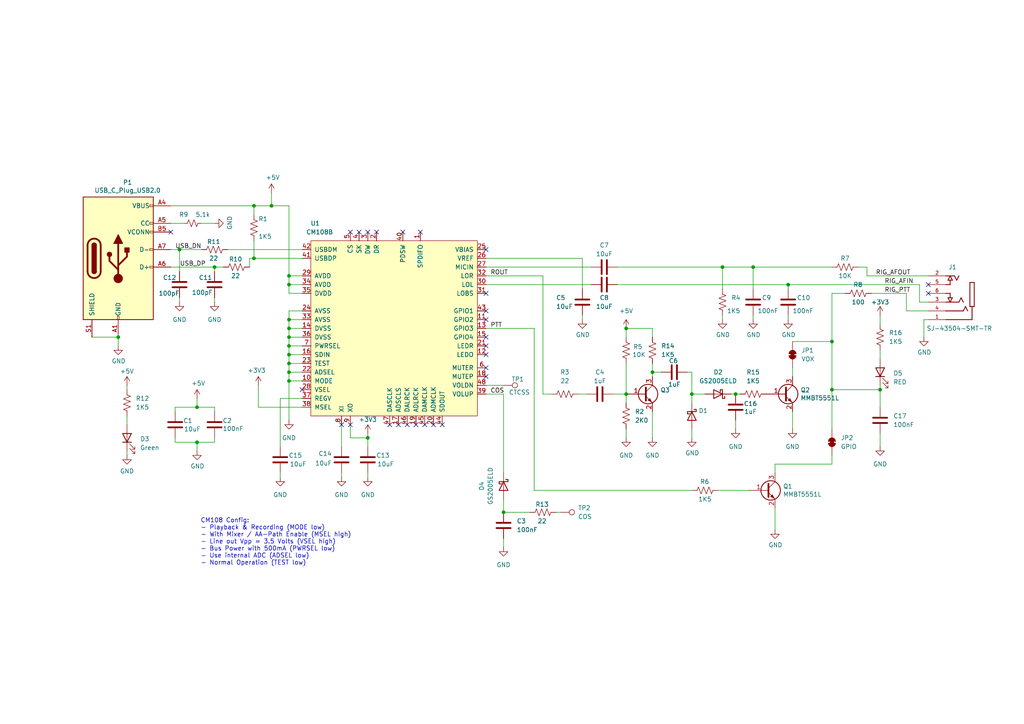
<source format=kicad_sch>
(kicad_sch (version 20250114) (generator "eeschema") (generator_version "9.0")
  (paper "A4")
  (title_block (title "Digirig Lite Framework") (date "2025-02-26") (rev "1.0") (company "https://www.github.com/vaugerbird") (comment 1 "Schematic from Softcomplex") (comment 2 "Based on Digirig Lite 1.2") (comment 3 "GNU General Public License v3.0"))
  (lib_symbols
    (symbol "+5V_1" (power) (pin_numbers (hide yes)) (pin_names (offset 0) (hide yes))
      (property "Value" "+5V" (at 0 3.556 0))
      (symbol "+5V_1_1_1"
        (pin power_in line (at 0 0 90) (length 0) (name "~") (number "1"))
      )
    )
    (symbol "+5V_2" (power) (pin_numbers (hide yes)) (pin_names (offset 0) (hide yes))
      (property "Value" "+5V" (at 0 3.556 0))
      (symbol "+5V_2_1_1"
        (pin power_in line (at 0 0 90) (length 0) (name "~") (number "1"))
      )
    )
    (symbol "Connector:TestPoint" (pin_numbers (hide yes)) (pin_names (offset 0.762) (hide yes))
      (property "Reference" "TP" (at 0 6.858 0))
      (property "Value" "TestPoint" (at 0 5.08 0))
      (symbol "TestPoint_1_1"
        (pin passive line (at 0 0 90) (length 2.54) (name "1") (number "1"))
      )
    )
    (symbol "Connector:USB_C_Plug_USB2.0" (pin_names (offset 1.016))
      (property "Reference" "P" (at -10.16 19.05 0))
      (property "Value" "USB_C_Plug_USB2.0" (at 12.7 19.05 0))
      (symbol "USB_C_Plug_USB2.0_1_1"
        (pin passive line (at -7.62 -22.86 90) (length 5.08) (name "SHIELD") (number "S1"))
        (pin passive line (at 0 -22.86 90) (length 5.08) (name "GND") (number "A1"))
        (pin passive line (at 0 -22.86 90) (length 5.08) (hide yes) (name "GND") (number "A12"))
        (pin passive line (at 0 -22.86 90) (length 5.08) (hide yes) (name "GND") (number "B1"))
        (pin passive line (at 0 -22.86 90) (length 5.08) (hide yes) (name "GND") (number "B12"))
        (pin passive line (at 15.24 15.24 180) (length 5.08) (name "VBUS") (number "A4"))
        (pin passive line (at 15.24 15.24 180) (length 5.08) (hide yes) (name "VBUS") (number "A9"))
        (pin passive line (at 15.24 15.24 180) (length 5.08) (hide yes) (name "VBUS") (number "B4"))
        (pin passive line (at 15.24 15.24 180) (length 5.08) (hide yes) (name "VBUS") (number "B9"))
        (pin bidirectional line (at 15.24 10.16 180) (length 5.08) (name "CC") (number "A5"))
        (pin bidirectional line (at 15.24 7.62 180) (length 5.08) (name "VCONN") (number "B5"))
        (pin bidirectional line (at 15.24 2.54 180) (length 5.08) (name "D-") (number "A7"))
        (pin bidirectional line (at 15.24 -2.54 180) (length 5.08) (name "D+") (number "A6"))
      )
    )
    (symbol "Device:C" (pin_numbers (hide yes)) (pin_names (offset 0.254))
      (property "Reference" "C" (at 0.635 2.54 0))
      (property "Value" "C" (at 0.635 -2.54 0))
      (symbol "C_1_1"
        (pin passive line (at 0 3.81 270) (length 2.794) (name "~") (number "1"))
        (pin passive line (at 0 -3.81 90) (length 2.794) (name "~") (number "2"))
      )
    )
    (symbol "Device:D_Schottky" (pin_numbers (hide yes)) (pin_names (offset 1.016) (hide yes))
      (property "Reference" "D" (at 0 2.54 0))
      (property "Value" "D_Schottky" (at 0 -2.54 0))
      (symbol "D_Schottky_1_1"
        (pin passive line (at -3.81 0 0) (length 2.54) (name "K") (number "1"))
        (pin passive line (at 3.81 0 180) (length 2.54) (name "A") (number "2"))
      )
    )
    (symbol "Device:LED" (pin_numbers (hide yes)) (pin_names (offset 1.016) (hide yes))
      (property "Reference" "D" (at 0 2.54 0))
      (property "Value" "LED" (at 0 -2.54 0))
      (symbol "LED_1_1"
        (pin passive line (at -3.81 0 0) (length 2.54) (name "K") (number "1"))
        (pin passive line (at 3.81 0 180) (length 2.54) (name "A") (number "2"))
      )
    )
    (symbol "Device:R_Small_US" (pin_numbers (hide yes)) (pin_names (offset 0.254) (hide yes))
      (property "Reference" "R" (at 0.762 0.508 0))
      (property "Value" "R_Small_US" (at 0.762 -1.016 0))
      (symbol "R_Small_US_1_1"
        (pin passive line (at 0 2.54 270) (length 1.016) (name "~") (number "1"))
        (pin passive line (at 0 -2.54 90) (length 1.016) (name "~") (number "2"))
      )
    )
    (symbol "Device:R_US" (pin_numbers (hide yes)) (pin_names (offset 0))
      (property "Reference" "R" (at 2.54 0 90))
      (property "Value" "R_US" (at -2.54 0 90))
      (symbol "R_US_1_1"
        (pin passive line (at 0 3.81 270) (length 1.27) (name "~") (number "1"))
        (pin passive line (at 0 -3.81 90) (length 1.27) (name "~") (number "2"))
      )
    )
    (symbol "Expansion_Card-rescue:GND-power" (power) (pin_names (offset 0))
      (property "Value" "power_GND" (at 0 -3.81 0))
      (symbol "GND-power_1_1"
        (pin power_in line (at 0 0 270) (length 0) (hide yes) (name "GND") (number "1"))
      )
    )
    (symbol "GND_1" (power) (pin_numbers (hide yes)) (pin_names (offset 0) (hide yes))
      (property "Value" "GND" (at 0 -3.81 0))
      (symbol "GND_1_1_1"
        (pin power_in line (at 0 0 270) (length 0) (name "~") (number "1"))
      )
    )
    (symbol "GND_10" (power) (pin_numbers (hide yes)) (pin_names (offset 0) (hide yes))
      (property "Value" "GND" (at 0 -3.81 0))
      (symbol "GND_10_1_1"
        (pin power_in line (at 0 0 270) (length 0) (name "~") (number "1"))
      )
    )
    (symbol "GND_11" (power) (pin_numbers (hide yes)) (pin_names (offset 0) (hide yes))
      (property "Value" "GND" (at 0 -3.81 0))
      (symbol "GND_11_1_1"
        (pin power_in line (at 0 0 270) (length 0) (name "~") (number "1"))
      )
    )
    (symbol "GND_2" (power) (pin_numbers (hide yes)) (pin_names (offset 0) (hide yes))
      (property "Value" "GND" (at 0 -3.81 0))
      (symbol "GND_2_1_1"
        (pin power_in line (at 0 0 270) (length 0) (name "~") (number "1"))
      )
    )
    (symbol "GND_3" (power) (pin_numbers (hide yes)) (pin_names (offset 0) (hide yes))
      (property "Value" "GND" (at 0 -3.81 0))
      (symbol "GND_3_1_1"
        (pin power_in line (at 0 0 270) (length 0) (name "~") (number "1"))
      )
    )
    (symbol "GND_4" (power) (pin_numbers (hide yes)) (pin_names (offset 0) (hide yes))
      (property "Value" "GND" (at 0 -3.81 0))
      (symbol "GND_4_1_1"
        (pin power_in line (at 0 0 270) (length 0) (name "~") (number "1"))
      )
    )
    (symbol "GND_5" (power) (pin_numbers (hide yes)) (pin_names (offset 0) (hide yes))
      (property "Value" "GND" (at 0 -3.81 0))
      (symbol "GND_5_1_1"
        (pin power_in line (at 0 0 270) (length 0) (name "~") (number "1"))
      )
    )
    (symbol "GND_6" (power) (pin_numbers (hide yes)) (pin_names (offset 0) (hide yes))
      (property "Value" "GND" (at 0 -3.81 0))
      (symbol "GND_6_1_1"
        (pin power_in line (at 0 0 270) (length 0) (name "~") (number "1"))
      )
    )
    (symbol "GND_7" (power) (pin_numbers (hide yes)) (pin_names (offset 0) (hide yes))
      (property "Value" "GND" (at 0 -3.81 0))
      (symbol "GND_7_1_1"
        (pin power_in line (at 0 0 270) (length 0) (name "~") (number "1"))
      )
    )
    (symbol "GND_8" (power) (pin_numbers (hide yes)) (pin_names (offset 0) (hide yes))
      (property "Value" "GND" (at 0 -3.81 0))
      (symbol "GND_8_1_1"
        (pin power_in line (at 0 0 270) (length 0) (name "~") (number "1"))
      )
    )
    (symbol "GND_9" (power) (pin_numbers (hide yes)) (pin_names (offset 0) (hide yes))
      (property "Value" "GND" (at 0 -3.81 0))
      (symbol "GND_9_1_1"
        (pin power_in line (at 0 0 270) (length 0) (name "~") (number "1"))
      )
    )
    (symbol "Jumper:SolderJumper_2_Bridged" (pin_numbers (hide yes)) (pin_names (offset 0) (hide yes)) (exclude_from_sim yes) (in_bom no)
      (property "Reference" "JP" (at 0 2.032 0))
      (property "Value" "SolderJumper_2_Bridged" (at 0 -2.54 0))
      (symbol "SolderJumper_2_Bridged_1_1"
        (pin passive line (at -3.81 0 0) (length 2.54) (name "A") (number "1"))
        (pin passive line (at 3.81 0 180) (length 2.54) (name "B") (number "2"))
      )
    )
    (symbol "SJ-43504-SMT-TR:SJ-43504-SMT-TR" (pin_names (offset 1.016))
      (property "Reference" "J" (at -8.9086 6.3633 0))
      (property "Value" "SJ-43504-SMT-TR" (at -8.8984 -11.4407 0))
      (symbol "SJ-43504-SMT-TR_0_0"
        (pin passive line (at 5.08 5.08 180) (length 5.08) (name "~") (number "1"))
        (pin passive line (at 5.08 2.54 180) (length 5.08) (name "~") (number "4"))
        (pin passive line (at 5.08 0 180) (length 5.08) (name "~") (number "3"))
        (pin passive line (at 5.08 -2.54 180) (length 5.08) (name "~") (number "6"))
        (pin passive line (at 5.08 -5.08 180) (length 5.08) (name "~") (number "5"))
        (pin passive line (at 5.08 -7.62 180) (length 5.08) (name "~") (number "2"))
      )
    )
    (symbol "Transistor_BJT:MMBT5551L" (pin_names (offset 0) (hide yes))
      (property "Reference" "Q" (at 5.08 1.905 0))
      (property "Value" "MMBT5551L" (at 5.08 0 0))
      (symbol "MMBT5551L_1_1"
        (pin input line (at -5.08 0 0) (length 5.715) (name "B") (number "1"))
        (pin passive line (at 2.54 5.08 270) (length 2.54) (name "C") (number "3"))
        (pin passive line (at 2.54 -5.08 90) (length 2.54) (name "E") (number "2"))
      )
    )
    (symbol "digirig:CM108" (pin_names (offset 1.016))
      (property "Reference" "U" (at -12.7 1.27 0))
      (property "Value" "CM108" (at -12.7 -1.27 0))
      (symbol "CM108_0_0"
        (pin bidirectional line (at -15.24 -5.08 0) (length 2.54) (name "USBDM") (number "42"))
        (pin bidirectional line (at -15.24 -7.62 0) (length 2.54) (name "USBDP") (number "41"))
        (pin power_in line (at -15.24 -12.7 0) (length 2.54) (name "AVDD") (number "29"))
        (pin power_in line (at -15.24 -15.24 0) (length 2.54) (name "AVDD") (number "34"))
        (pin power_in line (at -15.24 -17.78 0) (length 2.54) (name "DVDD") (number "35"))
        (pin power_in line (at -15.24 -22.86 0) (length 2.54) (name "AVSS") (number "24"))
        (pin input line (at -15.24 -25.4 0) (length 2.54) (name "AVSS") (number "33"))
        (pin power_in line (at -15.24 -27.94 0) (length 2.54) (name "DVSS") (number "14"))
        (pin power_in line (at -15.24 -30.48 0) (length 2.54) (name "DVSS") (number "36"))
        (pin input line (at -15.24 -33.02 0) (length 2.54) (name "PWRSEL") (number "7"))
        (pin input line (at -15.24 -35.56 0) (length 2.54) (name "SDIN") (number "16"))
        (pin input line (at -15.24 -38.1 0) (length 2.54) (name "TEST") (number "23"))
        (pin input line (at -15.24 -40.64 0) (length 2.54) (name "ADSEL") (number "22"))
        (pin input line (at -15.24 -43.18 0) (length 2.54) (name "MODE") (number "10"))
        (pin input line (at -15.24 -45.72 0) (length 2.54) (name "VSEL") (number "28"))
        (pin power_in line (at -15.24 -48.26 0) (length 2.54) (name "REGV") (number "37"))
        (pin input line (at -15.24 -50.8 0) (length 2.54) (name "MSEL") (number "38"))
        (pin input line (at -3.81 -55.88 90) (length 2.54) (name "XI") (number "8"))
        (pin input line (at -1.27 0 270) (length 2.54) (name "CS") (number "5"))
        (pin output line (at -1.27 -55.88 90) (length 2.54) (name "XO") (number "9"))
        (pin input line (at 1.27 0 270) (length 2.54) (name "SK") (number "4"))
        (pin input line (at 3.81 0 270) (length 2.54) (name "DW") (number "3"))
        (pin output line (at 6.35 0 270) (length 2.54) (name "DR") (number "2"))
        (pin input line (at 10.16 -55.88 90) (length 2.54) (name "DASCLK") (number "47"))
        (pin input line (at 12.7 -55.88 90) (length 2.54) (name "ADSCLS") (number "17"))
        (pin input line (at 13.97 0 270) (length 2.54) (name "PDSW") (number "40"))
        (pin input line (at 15.24 -55.88 90) (length 2.54) (name "DALRCK") (number "46"))
        (pin input line (at 17.78 -55.88 90) (length 2.54) (name "ADLRCK") (number "19"))
        (pin output line (at 19.05 0 270) (length 2.54) (name "SPDIFO") (number "1"))
        (pin output line (at 20.32 -55.88 90) (length 2.54) (name "DAMCLK") (number "45"))
        (pin output line (at 22.86 -55.88 90) (length 2.54) (name "ADMCLK") (number "20"))
        (pin output line (at 25.4 -55.88 90) (length 2.54) (name "SDOUT") (number "44"))
        (pin power_out line (at 38.1 -5.08 180) (length 2.54) (name "VBIAS") (number "25"))
        (pin power_out line (at 38.1 -7.62 180) (length 2.54) (name "VREF") (number "26"))
        (pin input line (at 38.1 -10.16 180) (length 2.54) (name "MICIN") (number "27"))
        (pin output line (at 38.1 -12.7 180) (length 2.54) (name "LOR") (number "32"))
        (pin output line (at 38.1 -15.24 180) (length 2.54) (name "LOL") (number "30"))
        (pin power_out line (at 38.1 -17.78 180) (length 2.54) (name "LOBS") (number "31"))
        (pin bidirectional line (at 38.1 -22.86 180) (length 2.54) (name "GPIO1") (number "43"))
        (pin bidirectional line (at 38.1 -25.4 180) (length 2.54) (name "GPIO2") (number "11"))
        (pin bidirectional line (at 38.1 -27.94 180) (length 2.54) (name "GPIO3") (number "13"))
        (pin bidirectional line (at 38.1 -30.48 180) (length 2.54) (name "GPIO4") (number "15"))
        (pin output line (at 38.1 -33.02 180) (length 2.54) (name "LEDR") (number "21"))
        (pin output line (at 38.1 -35.56 180) (length 2.54) (name "LEDO") (number "12"))
        (pin input line (at 38.1 -39.37 180) (length 2.54) (name "MUTER") (number "6"))
        (pin input line (at 38.1 -41.91 180) (length 2.54) (name "MUTEP") (number "18"))
        (pin input line (at 38.1 -44.45 180) (length 2.54) (name "VOLDN") (number "48"))
        (pin input line (at 38.1 -46.99 180) (length 2.54) (name "VOLUP") (number "39"))
      )
    )
    (symbol "power:+3V3" (power) (pin_numbers (hide yes)) (pin_names (offset 0) (hide yes))
      (property "Value" "+3V3" (at 0 3.556 0))
      (symbol "+3V3_1_1"
        (pin power_in line (at 0 0 90) (length 0) (name "~") (number "1"))
      )
    )
    (symbol "power:+5V" (power) (pin_names (offset 0))
      (property "Value" "+5V" (at 0 3.556 0))
      (symbol "+5V_1_1"
        (pin power_in line (at 0 0 90) (length 0) (hide yes) (name "+5V") (number "1"))
      )
    )
    (symbol "power:GND" (power) (pin_names (offset 0))
      (property "Value" "GND" (at 0 -3.81 0))
      (symbol "GND_1_1"
        (pin power_in line (at 0 0 270) (length 0) (hide yes) (name "GND") (number "1"))
      )
    )
  )
  (text "CM108 Config:\n- Playback & Recording (MODE low)\n- With Mixer / AA-Path Enable (MSEL high)\n- Line out Vpp = 3.5 Volts (VSEL high)\n- Bus Power with 500mA (PWRSEL low)\n- Use internal ADC (ADSEL low)\n- Normal Operation (TEST low)" (at 58.166 164.084 0) (effects (font (size 1.27 1.27)) (justify left bottom)))
  (junction (at 83.82 100.33))
  (junction (at 83.82 92.71))
  (junction (at 146.05 148.59))
  (junction (at 209.55 77.47))
  (junction (at 73.66 74.93))
  (junction (at 73.66 59.69))
  (junction (at 78.74 59.69))
  (junction (at 83.82 95.25))
  (junction (at 106.68 127))
  (junction (at 189.23 107.95))
  (junction (at 83.82 102.87))
  (junction (at 83.82 105.41))
  (junction (at 83.82 110.49))
  (junction (at 241.3 99.06))
  (junction (at 213.36 114.3))
  (junction (at 34.29 97.79))
  (junction (at 83.82 107.95))
  (junction (at 241.3 113.03))
  (junction (at 83.82 97.79))
  (junction (at 57.15 118.11))
  (junction (at 52.07 72.39))
  (junction (at 200.66 114.3))
  (junction (at 228.6 82.55))
  (junction (at 218.44 77.47))
  (junction (at 181.61 114.3))
  (junction (at 181.61 95.25))
  (junction (at 83.82 82.55))
  (junction (at 83.82 80.01))
  (junction (at 62.23 77.47))
  (junction (at 57.15 128.27))
  (junction (at 255.27 113.03))
  (no_connect (at 118.11 123.19))
  (no_connect (at 101.6 123.19))
  (no_connect (at 120.65 123.19))
  (no_connect (at 49.53 67.31))
  (no_connect (at 140.97 72.39))
  (no_connect (at 128.27 123.19))
  (no_connect (at 113.03 123.19))
  (no_connect (at 87.63 113.03))
  (no_connect (at 125.73 123.19))
  (no_connect (at 123.19 123.19))
  (no_connect (at 99.06 123.19))
  (no_connect (at 116.84 67.31))
  (no_connect (at 106.68 67.31))
  (no_connect (at 115.57 123.19))
  (no_connect (at 140.97 90.17))
  (no_connect (at 101.6 67.31))
  (no_connect (at 140.97 100.33))
  (no_connect (at 140.97 92.71))
  (no_connect (at 140.97 109.22))
  (no_connect (at 140.97 102.87))
  (no_connect (at 140.97 106.68))
  (no_connect (at 269.24 85.09))
  (no_connect (at 269.24 82.55))
  (no_connect (at 140.97 97.79))
  (no_connect (at 109.22 67.31))
  (no_connect (at 104.14 67.31))
  (no_connect (at 121.92 67.31))
  (no_connect (at 140.97 85.09))
  (wire (pts (xy 269.24 92.71) (xy 267.97 92.71)))
  (wire (pts (xy 228.6 82.55) (xy 266.7 82.55)))
  (wire (pts (xy 50.8 118.11) (xy 57.15 118.11)))
  (wire (pts (xy 87.63 97.79) (xy 83.82 97.79)))
  (wire (pts (xy 154.94 95.25) (xy 154.94 142.24)))
  (wire (pts (xy 266.7 87.63) (xy 266.7 82.55)))
  (wire (pts (xy 106.68 127) (xy 106.68 129.54)))
  (wire (pts (xy 62.23 77.47) (xy 64.77 77.47)))
  (wire (pts (xy 83.82 97.79) (xy 83.82 100.33)))
  (wire (pts (xy 78.74 55.88) (xy 78.74 59.69)))
  (wire (pts (xy 73.66 59.69) (xy 78.74 59.69)))
  (wire (pts (xy 106.68 138.43) (xy 106.68 137.16)))
  (wire (pts (xy 140.97 111.76) (xy 146.05 111.76)))
  (wire (pts (xy 255.27 101.6) (xy 255.27 104.14)))
  (wire (pts (xy 146.05 158.75) (xy 146.05 156.21)))
  (wire (pts (xy 87.63 92.71) (xy 83.82 92.71)))
  (wire (pts (xy 87.63 85.09) (xy 83.82 85.09)))
  (wire (pts (xy 87.63 95.25) (xy 83.82 95.25)))
  (wire (pts (xy 52.07 72.39) (xy 52.07 78.74)))
  (wire (pts (xy 74.93 118.11) (xy 87.63 118.11)))
  (wire (pts (xy 36.83 113.03) (xy 36.83 111.76)))
  (wire (pts (xy 87.63 107.95) (xy 83.82 107.95)))
  (wire (pts (xy 229.87 99.06) (xy 241.3 99.06)))
  (wire (pts (xy 34.29 97.79) (xy 34.29 100.33)))
  (wire (pts (xy 57.15 128.27) (xy 62.23 128.27)))
  (wire (pts (xy 189.23 107.95) (xy 189.23 109.22)))
  (wire (pts (xy 49.53 59.69) (xy 73.66 59.69)))
  (wire (pts (xy 83.82 102.87) (xy 83.82 105.41)))
  (wire (pts (xy 251.46 80.01) (xy 269.24 80.01)))
  (wire (pts (xy 157.48 114.3) (xy 160.02 114.3)))
  (wire (pts (xy 73.66 59.69) (xy 73.66 62.23)))
  (wire (pts (xy 177.8 114.3) (xy 181.61 114.3)))
  (wire (pts (xy 73.66 74.93) (xy 73.66 69.85)))
  (wire (pts (xy 168.91 83.82) (xy 168.91 74.93)))
  (wire (pts (xy 58.42 64.77) (xy 62.23 64.77)))
  (wire (pts (xy 213.36 121.92) (xy 213.36 124.46)))
  (wire (pts (xy 146.05 114.3) (xy 146.05 137.16)))
  (wire (pts (xy 161.29 148.59) (xy 162.56 148.59)))
  (wire (pts (xy 72.39 74.93) (xy 73.66 74.93)))
  (wire (pts (xy 49.53 64.77) (xy 53.34 64.77)))
  (wire (pts (xy 262.89 85.09) (xy 262.89 90.17)))
  (wire (pts (xy 49.53 77.47) (xy 62.23 77.47)))
  (wire (pts (xy 199.39 107.95) (xy 200.66 107.95)))
  (wire (pts (xy 255.27 91.44) (xy 255.27 93.98)))
  (wire (pts (xy 146.05 148.59) (xy 153.67 148.59)))
  (wire (pts (xy 140.97 77.47) (xy 171.45 77.47)))
  (wire (pts (xy 140.97 74.93) (xy 168.91 74.93)))
  (wire (pts (xy 62.23 78.74) (xy 62.23 77.47)))
  (wire (pts (xy 241.3 85.09) (xy 241.3 99.06)))
  (wire (pts (xy 72.39 74.93) (xy 72.39 77.47)))
  (wire (pts (xy 241.3 113.03) (xy 241.3 124.46)))
  (wire (pts (xy 87.63 115.57) (xy 81.28 115.57)))
  (wire (pts (xy 269.24 87.63) (xy 266.7 87.63)))
  (wire (pts (xy 74.93 111.76) (xy 74.93 118.11)))
  (wire (pts (xy 83.82 92.71) (xy 83.82 90.17)))
  (wire (pts (xy 57.15 118.11) (xy 62.23 118.11)))
  (wire (pts (xy 241.3 134.62) (xy 224.79 134.62)))
  (wire (pts (xy 217.17 142.24) (xy 208.28 142.24)))
  (wire (pts (xy 181.61 114.3) (xy 181.61 116.84)))
  (wire (pts (xy 83.82 82.55) (xy 83.82 80.01)))
  (wire (pts (xy 209.55 77.47) (xy 209.55 83.82)))
  (wire (pts (xy 81.28 138.43) (xy 81.28 137.16)))
  (wire (pts (xy 83.82 59.69) (xy 83.82 80.01)))
  (wire (pts (xy 87.63 110.49) (xy 83.82 110.49)))
  (wire (pts (xy 241.3 99.06) (xy 241.3 113.03)))
  (wire (pts (xy 224.79 134.62) (xy 224.79 137.16)))
  (wire (pts (xy 212.09 114.3) (xy 213.36 114.3)))
  (wire (pts (xy 36.83 120.65) (xy 36.83 123.19)))
  (wire (pts (xy 224.79 147.32) (xy 224.79 153.67)))
  (wire (pts (xy 213.36 114.3) (xy 214.63 114.3)))
  (wire (pts (xy 83.82 110.49) (xy 83.82 121.92)))
  (wire (pts (xy 78.74 59.69) (xy 83.82 59.69)))
  (wire (pts (xy 87.63 82.55) (xy 83.82 82.55)))
  (wire (pts (xy 50.8 128.27) (xy 57.15 128.27)))
  (wire (pts (xy 189.23 107.95) (xy 191.77 107.95)))
  (wire (pts (xy 251.46 77.47) (xy 248.92 77.47)))
  (wire (pts (xy 209.55 91.44) (xy 209.55 92.71)))
  (wire (pts (xy 181.61 124.46) (xy 181.61 127)))
  (wire (pts (xy 101.6 127) (xy 106.68 127)))
  (wire (pts (xy 57.15 128.27) (xy 57.15 130.81)))
  (wire (pts (xy 36.83 130.81) (xy 36.83 132.08)))
  (wire (pts (xy 255.27 113.03) (xy 255.27 118.11)))
  (wire (pts (xy 229.87 119.38) (xy 229.87 124.46)))
  (wire (pts (xy 101.6 123.19) (xy 101.6 127)))
  (wire (pts (xy 251.46 80.01) (xy 251.46 77.47)))
  (wire (pts (xy 73.66 74.93) (xy 87.63 74.93)))
  (wire (pts (xy 52.07 72.39) (xy 58.42 72.39)))
  (wire (pts (xy 241.3 132.08) (xy 241.3 134.62)))
  (wire (pts (xy 179.07 77.47) (xy 209.55 77.47)))
  (wire (pts (xy 140.97 80.01) (xy 157.48 80.01)))
  (wire (pts (xy 83.82 80.01) (xy 87.63 80.01)))
  (wire (pts (xy 83.82 105.41) (xy 83.82 107.95)))
  (wire (pts (xy 50.8 127) (xy 50.8 128.27)))
  (wire (pts (xy 154.94 142.24) (xy 200.66 142.24)))
  (wire (pts (xy 87.63 105.41) (xy 83.82 105.41)))
  (wire (pts (xy 262.89 90.17) (xy 269.24 90.17)))
  (wire (pts (xy 52.07 87.63) (xy 52.07 86.36)))
  (wire (pts (xy 140.97 114.3) (xy 146.05 114.3)))
  (wire (pts (xy 140.97 95.25) (xy 154.94 95.25)))
  (wire (pts (xy 62.23 128.27) (xy 62.23 127)))
  (wire (pts (xy 83.82 107.95) (xy 83.82 110.49)))
  (wire (pts (xy 200.66 116.84) (xy 200.66 114.3)))
  (wire (pts (xy 99.06 123.19) (xy 99.06 129.54)))
  (wire (pts (xy 26.67 97.79) (xy 34.29 97.79)))
  (wire (pts (xy 181.61 95.25) (xy 181.61 97.79)))
  (wire (pts (xy 218.44 92.71) (xy 218.44 91.44)))
  (wire (pts (xy 189.23 119.38) (xy 189.23 127)))
  (wire (pts (xy 83.82 100.33) (xy 83.82 102.87)))
  (wire (pts (xy 200.66 114.3) (xy 204.47 114.3)))
  (wire (pts (xy 218.44 83.82) (xy 218.44 77.47)))
  (wire (pts (xy 83.82 95.25) (xy 83.82 97.79)))
  (wire (pts (xy 106.68 125.73) (xy 106.68 127)))
  (wire (pts (xy 218.44 77.47) (xy 209.55 77.47)))
  (wire (pts (xy 168.91 92.71) (xy 168.91 91.44)))
  (wire (pts (xy 229.87 106.68) (xy 229.87 109.22)))
  (wire (pts (xy 87.63 102.87) (xy 83.82 102.87)))
  (wire (pts (xy 255.27 113.03) (xy 241.3 113.03)))
  (wire (pts (xy 146.05 144.78) (xy 146.05 148.59)))
  (wire (pts (xy 81.28 115.57) (xy 81.28 129.54)))
  (wire (pts (xy 62.23 87.63) (xy 62.23 86.36)))
  (wire (pts (xy 157.48 80.01) (xy 157.48 114.3)))
  (wire (pts (xy 83.82 90.17) (xy 87.63 90.17)))
  (wire (pts (xy 255.27 125.73) (xy 255.27 129.54)))
  (wire (pts (xy 255.27 111.76) (xy 255.27 113.03)))
  (wire (pts (xy 267.97 92.71) (xy 267.97 97.79)))
  (wire (pts (xy 228.6 82.55) (xy 228.6 83.82)))
  (wire (pts (xy 99.06 138.43) (xy 99.06 137.16)))
  (wire (pts (xy 49.53 72.39) (xy 52.07 72.39)))
  (wire (pts (xy 83.82 92.71) (xy 83.82 95.25)))
  (wire (pts (xy 140.97 82.55) (xy 171.45 82.55)))
  (wire (pts (xy 179.07 82.55) (xy 228.6 82.55)))
  (wire (pts (xy 62.23 118.11) (xy 62.23 119.38)))
  (wire (pts (xy 218.44 77.47) (xy 241.3 77.47)))
  (wire (pts (xy 189.23 95.25) (xy 189.23 97.79)))
  (wire (pts (xy 57.15 118.11) (xy 57.15 115.57)))
  (wire (pts (xy 228.6 92.71) (xy 228.6 91.44)))
  (wire (pts (xy 181.61 95.25) (xy 189.23 95.25)))
  (wire (pts (xy 241.3 85.09) (xy 245.11 85.09)))
  (wire (pts (xy 167.64 114.3) (xy 170.18 114.3)))
  (wire (pts (xy 50.8 119.38) (xy 50.8 118.11)))
  (wire (pts (xy 200.66 127) (xy 200.66 124.46)))
  (wire (pts (xy 83.82 85.09) (xy 83.82 82.55)))
  (wire (pts (xy 200.66 107.95) (xy 200.66 114.3)))
  (wire (pts (xy 189.23 105.41) (xy 189.23 107.95)))
  (wire (pts (xy 66.04 72.39) (xy 87.63 72.39)))
  (wire (pts (xy 181.61 105.41) (xy 181.61 114.3)))
  (wire (pts (xy 83.82 100.33) (xy 87.63 100.33)))
  (wire (pts (xy 252.73 85.09) (xy 262.89 85.09)))
  (label "USB_DP" (at 59.69 77.47 180))
  (label "ROUT" (at 142.24 80.01 0))
  (label "PTT" (at 142.24 95.25 0))
  (label "COS" (at 142.24 114.3 0))
  (label "RIG_AFIN" (at 256.54 82.55 0))
  (label "USB_DN" (at 58.42 72.39 180))
  (label "RIG_AFOUT" (at 254 80.01 0))
  (label "RIG_PTT" (at 256.54 85.09 0))
  (symbol (lib_id "Connector:USB_C_Plug_USB2.0") (at 34.29 74.93 0) (unit 1)
    (property "Reference" "P1" (at 37.0078 52.9082 0))
    (property "Value" "USB_C_Plug_USB2.0" (at 37.0078 55.2196 0))
    (property "Footprint" "footprints:USB_C_Plug_Molex_105444" (effects (hide yes)))
    (property "Datasheet" "https://www.usb.org/sites/default/files/documents/usb_type-c.zip" (effects (hide yes)))
  )
  (symbol (lib_id "power:GND") (at 57.15 130.81 0) (unit 1)
    (property "Reference" "#PWR02" (effects (hide yes)))
    (property "Value" "GND" (at 57.277 135.2042 0))
  )
  (symbol (lib_id "Expansion_Card-rescue:GND-power") (at 34.29 100.33 0) (unit 1)
    (property "Reference" "#PWR014" (effects (hide yes)))
    (property "Value" "GND" (at 34.417 104.7242 0))
  )
  (symbol (lib_id "Device:LED") (at 36.83 127 90) (unit 1)
    (property "Reference" "D3" (at 40.64 127.3174 90) (effects (justify right)))
    (property "Value" "Green" (at 40.64 129.8574 90) (effects (justify right)))
    (property "Footprint" "LED_SMD:LED_0603_1608Metric" (effects (hide yes)))
    (property "Description" "Light emitting diode" (effects (hide yes)))
    (property "Sim.Pins" "1=K 2=A" (effects (hide yes)))
  )
  (symbol (lib_name "GND_7") (lib_id "power:GND") (at 81.28 138.43 0) (unit 1)
    (property "Reference" "#PWR023" (effects (hide yes)))
    (property "Value" "GND" (at 81.28 143.51 0))
    (property "Description" "Power symbol creates a global label with name \"GND\" , ground" (effects (hide yes)))
  )
  (symbol (lib_id "Device:R_US") (at 204.47 142.24 270) (unit 1)
    (property "Reference" "R6" (at 205.74 139.7 90) (effects (justify right)))
    (property "Value" "1K5" (at 204.47 144.78 90))
    (property "Footprint" "Resistor_SMD:R_0402_1005Metric" (effects (hide yes)))
    (property "LCSC" "C25867" (effects (hide yes)))
  )
  (symbol (lib_id "power:+3V3") (at 74.93 111.76 0) (unit 1)
    (property "Reference" "#PWR04" (effects (hide yes)))
    (property "Value" "+3V3" (at 74.422 107.442 0))
    (property "Description" "Power symbol creates a global label with name \"+3V3\"" (effects (hide yes)))
  )
  (symbol (lib_name "GND_3") (lib_id "power:GND") (at 36.83 132.08 0) (unit 1)
    (property "Reference" "#PWR018" (effects (hide yes)))
    (property "Value" "GND" (at 36.83 136.652 0))
    (property "Description" "Power symbol creates a global label with name \"GND\" , ground" (effects (hide yes)))
  )
  (symbol (lib_id "Device:R_US") (at 181.61 120.65 0) (unit 1)
    (property "Reference" "R2" (at 184.15 119.3799 0) (effects (justify left)))
    (property "Value" "2K0" (at 184.15 121.9199 0) (effects (justify left)))
    (property "Footprint" "Resistor_SMD:R_0402_1005Metric" (effects (hide yes)))
    (property "Description" "Resistor, US symbol" (effects (hide yes)))
  )
  (symbol (lib_id "Device:R_US") (at 189.23 101.6 0) (unit 1)
    (property "Reference" "R14" (at 191.77 100.3299 0) (effects (justify left)))
    (property "Value" "1K5" (at 191.77 102.8699 0) (effects (justify left)))
    (property "Footprint" "Resistor_SMD:R_0402_1005Metric" (effects (hide yes)))
    (property "Description" "Resistor, US symbol" (effects (hide yes)))
  )
  (symbol (lib_id "Device:C") (at 50.8 123.19 0) (unit 1)
    (property "Reference" "C1" (at 53.1368 122.0216 0) (effects (justify left)))
    (property "Value" "10uF" (at 53.34 124.46 0) (effects (justify left)))
    (property "Footprint" "Capacitor_SMD:C_0402_1005Metric" (effects (hide yes)))
    (property "LCSC" "C15525" (effects (hide yes)))
  )
  (symbol (lib_id "Device:D_Schottky") (at 200.66 120.65 270) (unit 1)
    (property "Reference" "D1" (at 203.962 119.126 90))
    (property "Value" "GS2005ELD" (effects (hide yes)))
    (property "Footprint" "Diode_SMD:D_SOD-923" (effects (hide yes)))
    (property "LCSC" "C18716421" (effects (hide yes)))
  )
  (symbol (lib_id "Device:C") (at 195.58 107.95 270) (unit 1)
    (property "Reference" "C6" (at 195.326 104.648 90))
    (property "Value" "1uF" (at 195.58 111.506 90))
    (property "Footprint" "Capacitor_SMD:C_0402_1005Metric" (effects (hide yes)))
    (property "LCSC" "C52923" (effects (hide yes)))
  )
  (symbol (lib_id "power:+3V3") (at 255.27 91.44 0) (unit 1)
    (property "Reference" "#PWR029" (effects (hide yes)))
    (property "Value" "+3V3" (at 255.27 87.63 0))
    (property "Description" "Power symbol creates a global label with name \"+3V3\"" (effects (hide yes)))
  )
  (symbol (lib_id "Device:D_Schottky") (at 208.28 114.3 180) (unit 1)
    (property "Reference" "D2" (at 208.28 107.95 0))
    (property "Value" "GS2005ELD" (at 208.28 110.49 0))
    (property "Footprint" "Diode_SMD:D_SOD-923" (effects (hide yes)))
    (property "LCSC" "C18716421" (effects (hide yes)))
  )
  (symbol (lib_id "Device:R_Small_US") (at 55.88 64.77 90) (unit 1)
    (property "Reference" "R9" (at 54.61 62.23 90) (effects (justify left)))
    (property "Value" "5.1k" (at 60.96 62.23 90) (effects (justify left)))
    (property "Footprint" "Resistor_SMD:R_0402_1005Metric" (effects (hide yes)))
  )
  (symbol (lib_id "power:GND") (at 224.79 153.67 0) (unit 1)
    (property "Reference" "#PWR011" (effects (hide yes)))
    (property "Value" "GND" (at 224.917 158.0642 0))
  )
  (symbol (lib_id "digirig:CM108") (at 102.87 67.31 0) (unit 1)
    (property "Reference" "U1" (at 91.44 64.77 0))
    (property "Value" "CM108B" (at 92.71 67.31 0))
    (property "Footprint" "Package_QFP:LQFP-48_7x7mm_P0.5mm" (effects (hide yes)))
    (property "LCSC" "C371347" (effects (hide yes)))
  )
  (symbol (lib_id "Device:C") (at 99.06 133.35 180) (unit 1)
    (property "Reference" "C14" (at 96.266 131.572 0) (effects (justify left)))
    (property "Value" "10uF" (at 96.266 134.366 0) (effects (justify left)))
    (property "Footprint" "Capacitor_SMD:C_0402_1005Metric" (effects (hide yes)))
    (property "LCSC" "C15525" (effects (hide yes)))
  )
  (symbol (lib_id "SJ-43504-SMT-TR:SJ-43504-SMT-TR") (at 274.32 87.63 180) (unit 1)
    (property "Reference" "J1" (at 275.082 77.47 0) (effects (justify right)))
    (property "Value" "SJ-43504-SMT-TR" (at 268.732 95.25 0) (effects (justify right)))
    (property "Footprint" "footprints:CUI_SJ-43504-SMT-TR" (effects (hide yes)))
    (property "PARTREV" "10/08/2019" (effects (hide yes)))
    (property "SNAPEDA_PN" "SJ-43504-SMT-TR" (effects (hide yes)))
    (property "MANUFACTURER" "CUI Devices" (effects (hide yes)))
    (property "MAXIMUM_PACKAGE_HEIGHT" "3.3 mm" (effects (hide yes)))
    (property "STANDARD" "Manufacturer Recommendations" (effects (hide yes)))
  )
  (symbol (lib_id "power:GND") (at 267.97 97.79 0) (unit 1)
    (property "Reference" "#PWR012" (effects (hide yes)))
    (property "Value" "GND" (at 268.097 102.1842 0))
  )
  (symbol (lib_id "Device:R_US") (at 68.58 77.47 270) (unit 1)
    (property "Reference" "R10" (at 68.326 75.184 90))
    (property "Value" "22" (at 68.326 80.01 90))
    (property "Footprint" "Resistor_SMD:R_0402_1005Metric" (effects (hide yes)))
    (property "Description" "Resistor, US symbol" (effects (hide yes)))
  )
  (symbol (lib_id "Device:R_US") (at 248.92 85.09 270) (unit 1)
    (property "Reference" "R8" (at 250.19 82.55 90) (effects (justify right)))
    (property "Value" "100" (at 248.92 87.63 90))
    (property "Footprint" "Resistor_SMD:R_0402_1005Metric" (effects (hide yes)))
    (property "LCSC" "C25867" (effects (hide yes)))
  )
  (symbol (lib_id "Device:C") (at 52.07 82.55 0) (unit 1)
    (property "Reference" "C12" (at 47.244 80.518 0) (effects (justify left)))
    (property "Value" "100pF" (at 45.974 85.09 0) (effects (justify left)))
    (property "Footprint" "Capacitor_SMD:C_0402_1005Metric" (effects (hide yes)))
    (property "Description" "Unpolarized capacitor" (effects (hide yes)))
  )
  (symbol (lib_id "Device:R_US") (at 163.83 114.3 90) (unit 1)
    (property "Reference" "R3" (at 163.83 107.95 90))
    (property "Value" "22" (at 163.83 110.49 90))
    (property "Footprint" "Resistor_SMD:R_0402_1005Metric" (effects (hide yes)))
    (property "MPN" "C25092" (effects (hide yes)))
  )
  (symbol (lib_name "+5V_1") (lib_id "power:+5V") (at 36.83 111.76 0) (unit 1)
    (property "Reference" "#PWR017" (effects (hide yes)))
    (property "Value" "+5V" (at 36.83 107.696 0))
    (property "Description" "Power symbol creates a global label with name \"+5V\"" (effects (hide yes)))
  )
  (symbol (lib_id "Device:C") (at 173.99 114.3 270) (unit 1)
    (property "Reference" "C4" (at 173.99 107.95 90))
    (property "Value" "1uF" (at 173.99 110.49 90))
    (property "Footprint" "Capacitor_SMD:C_0402_1005Metric" (effects (hide yes)))
    (property "LCSC" "C52923" (effects (hide yes)))
  )
  (symbol (lib_id "Device:C") (at 228.6 87.63 0) (unit 1)
    (property "Reference" "C10" (at 231.14 86.36 0) (effects (justify left)))
    (property "Value" "100nF" (at 229.87 90.17 0) (effects (justify left)))
    (property "Footprint" "Capacitor_SMD:C_0402_1005Metric" (effects (hide yes)))
    (property "LCSC" "C1525" (effects (hide yes)))
  )
  (symbol (lib_id "Device:R_US") (at 73.66 66.04 180) (unit 1)
    (property "Reference" "R1" (at 74.93 63.5 0) (effects (justify right)))
    (property "Value" "1K5" (at 74.93 68.58 0) (effects (justify right)))
    (property "Footprint" "Resistor_SMD:R_0402_1005Metric" (effects (hide yes)))
    (property "LCSC" "C25867" (effects (hide yes)))
  )
  (symbol (lib_id "power:GND") (at 218.44 92.71 0) (unit 1)
    (property "Reference" "#PWR09" (effects (hide yes)))
    (property "Value" "GND" (at 218.567 97.1042 0))
  )
  (symbol (lib_id "Jumper:SolderJumper_2_Bridged") (at 241.3 128.27 90) (unit 1)
    (property "Reference" "JP2" (at 243.84 126.9999 90) (effects (justify right)))
    (property "Value" "GPIO" (at 243.84 129.5399 90) (effects (justify right)))
    (property "Footprint" "Jumper:SolderJumper-2_P1.3mm_Bridged_RoundedPad1.0x1.5mm" (effects (hide yes)))
    (property "Description" "Solder Jumper, 2-pole, closed/bridged" (effects (hide yes)))
  )
  (symbol (lib_id "Device:C") (at 175.26 82.55 270) (unit 1)
    (property "Reference" "C8" (at 175.26 86.36 90))
    (property "Value" "10uF" (at 175.26 88.9 90))
    (property "Footprint" "Capacitor_SMD:C_0402_1005Metric" (effects (hide yes)))
    (property "LCSC" "C15525" (effects (hide yes)))
  )
  (symbol (lib_id "power:GND") (at 168.91 92.71 0) (unit 1)
    (property "Reference" "#PWR06" (effects (hide yes)))
    (property "Value" "GND" (at 169.037 97.1042 0))
  )
  (symbol (lib_id "power:+5V") (at 57.15 115.57 0) (unit 1)
    (property "Reference" "#PWR01" (effects (hide yes)))
    (property "Value" "+5V" (at 57.531 111.1758 0))
  )
  (symbol (lib_id "Transistor_BJT:MMBT5551L") (at 227.33 114.3 0) (unit 1)
    (property "Reference" "Q2" (at 232.1814 113.1316 0) (effects (justify left)))
    (property "Value" "MMBT5551L" (at 232.1814 115.443 0) (effects (justify left)))
    (property "Footprint" "Package_TO_SOT_SMD:SOT-23" (effects (hide yes)))
    (property "Datasheet" "www.onsemi.com/pub/Collateral/MMBT5550LT1-D.PDF" (effects (hide yes)))
    (property "LCSC" "C152516" (effects (hide yes)))
  )
  (symbol (lib_name "GND_9") (lib_id "power:GND") (at 181.61 127 0) (unit 1)
    (property "Reference" "#PWR027" (effects (hide yes)))
    (property "Value" "GND" (at 181.61 132.08 0))
    (property "Description" "Power symbol creates a global label with name \"GND\" , ground" (effects (hide yes)))
  )
  (symbol (lib_name "GND_5") (lib_id "power:GND") (at 106.68 138.43 0) (unit 1)
    (property "Reference" "#PWR020" (effects (hide yes)))
    (property "Value" "GND" (at 106.68 143.51 0))
    (property "Description" "Power symbol creates a global label with name \"GND\" , ground" (effects (hide yes)))
  )
  (symbol (lib_id "power:+3V3") (at 106.68 125.73 0) (unit 1)
    (property "Reference" "#PWR021" (effects (hide yes)))
    (property "Value" "+3V3" (at 106.68 121.666 0))
    (property "Description" "Power symbol creates a global label with name \"+3V3\"" (effects (hide yes)))
  )
  (symbol (lib_id "Device:C") (at 218.44 87.63 0) (unit 1)
    (property "Reference" "C9" (at 220.98 86.36 0) (effects (justify left)))
    (property "Value" "100nF" (at 219.71 90.17 0) (effects (justify left)))
    (property "Footprint" "Capacitor_SMD:C_0402_1005Metric" (effects (hide yes)))
    (property "LCSC" "C1525" (effects (hide yes)))
  )
  (symbol (lib_id "Device:C") (at 62.23 123.19 0) (unit 1)
    (property "Reference" "C2" (at 64.5668 122.0216 0) (effects (justify left)))
    (property "Value" "100nF" (at 64.5668 124.333 0) (effects (justify left)))
    (property "Footprint" "Capacitor_SMD:C_0402_1005Metric" (effects (hide yes)))
    (property "LCSC" "C1525" (effects (hide yes)))
  )
  (symbol (lib_id "Transistor_BJT:MMBT5551L") (at 186.69 114.3 0) (unit 1)
    (property "Reference" "Q3" (at 191.5414 113.1316 0) (effects (justify left)))
    (property "Value" "MMBT5551L" (effects (hide yes)))
    (property "Footprint" "Package_TO_SOT_SMD:SOT-23" (effects (hide yes)))
    (property "Datasheet" "www.onsemi.com/pub/Collateral/MMBT5550LT1-D.PDF" (effects (hide yes)))
    (property "LCSC" "C152516" (effects (hide yes)))
  )
  (symbol (lib_id "Device:C") (at 168.91 87.63 0) (unit 1)
    (property "Reference" "C5" (at 161.29 86.36 0) (effects (justify left)))
    (property "Value" "10uF" (at 161.29 88.9 0) (effects (justify left)))
    (property "Footprint" "Capacitor_SMD:C_0402_1005Metric" (effects (hide yes)))
    (property "LCSC" "C15525" (effects (hide yes)))
  )
  (symbol (lib_name "GND_2") (lib_id "power:GND") (at 52.07 87.63 0) (unit 1)
    (property "Reference" "#PWR015" (effects (hide yes)))
    (property "Value" "GND" (at 52.07 92.71 0))
    (property "Description" "Power symbol creates a global label with name \"GND\" , ground" (effects (hide yes)))
  )
  (symbol (lib_id "Device:C") (at 213.36 118.11 0) (unit 1)
    (property "Reference" "C16" (at 217.678 117.094 0))
    (property "Value" "1uF" (at 217.678 119.38 0))
    (property "Footprint" "Capacitor_SMD:C_0402_1005Metric" (effects (hide yes)))
    (property "LCSC" "C52923" (effects (hide yes)))
  )
  (symbol (lib_id "Device:R_US") (at 218.44 114.3 90) (unit 1)
    (property "Reference" "R15" (at 218.44 107.95 90))
    (property "Value" "1K5" (at 218.44 110.49 90))
    (property "Footprint" "Resistor_SMD:R_0402_1005Metric" (effects (hide yes)))
    (property "Description" "Resistor, US symbol" (effects (hide yes)))
  )
  (symbol (lib_id "Device:LED") (at 255.27 107.95 90) (unit 1)
    (property "Reference" "D5" (at 259.08 108.2674 90) (effects (justify right)))
    (property "Value" "RED" (at 259.08 110.8074 90) (effects (justify right)))
    (property "Footprint" "LED_SMD:LED_0603_1608Metric" (effects (hide yes)))
    (property "Description" "Light emitting diode" (effects (hide yes)))
    (property "Sim.Pins" "1=K 2=A" (effects (hide yes)))
  )
  (symbol (lib_id "Device:R_US") (at 245.11 77.47 270) (unit 1)
    (property "Reference" "R7" (at 245.11 74.93 90))
    (property "Value" "10K" (at 245.11 80.01 90))
    (property "Footprint" "Resistor_SMD:R_0402_1005Metric" (effects (hide yes)))
    (property "LCSC" "C25744" (effects (hide yes)))
  )
  (symbol (lib_name "GND_8") (lib_id "power:GND") (at 146.05 158.75 0) (unit 1)
    (property "Reference" "#PWR013" (effects (hide yes)))
    (property "Value" "GND" (at 146.05 163.83 0))
    (property "Description" "Power symbol creates a global label with name \"GND\" , ground" (effects (hide yes)))
  )
  (symbol (lib_name "+5V_2") (lib_id "power:+5V") (at 181.61 95.25 0) (unit 1)
    (property "Reference" "#PWR024" (effects (hide yes)))
    (property "Value" "+5V" (at 181.61 90.17 0))
    (property "Description" "Power symbol creates a global label with name \"+5V\"" (effects (hide yes)))
  )
  (symbol (lib_id "Connector:TestPoint") (at 146.05 111.76 270) (unit 1)
    (property "Reference" "TP1" (at 148.336 109.982 90) (effects (justify left)))
    (property "Value" "CTCSS" (at 147.574 113.792 90) (effects (justify left)))
    (property "Footprint" "TestPoint:TestPoint_Pad_D1.5mm" (effects (hide yes)))
    (property "Description" "test point" (effects (hide yes)))
  )
  (symbol (lib_id "Device:R_US") (at 209.55 87.63 0) (unit 1)
    (property "Reference" "R4" (at 212.09 86.36 0) (effects (justify left)))
    (property "Value" "1K5" (at 210.82 90.17 0) (effects (justify left)))
    (property "Footprint" "Resistor_SMD:R_0402_1005Metric" (effects (hide yes)))
    (property "LCSC" "C25867" (effects (hide yes)))
  )
  (symbol (lib_name "GND_9") (lib_id "power:GND") (at 229.87 124.46 0) (unit 1)
    (property "Reference" "#PWR025" (effects (hide yes)))
    (property "Value" "GND" (at 229.87 129.54 0))
    (property "Description" "Power symbol creates a global label with name \"GND\" , ground" (effects (hide yes)))
  )
  (symbol (lib_id "Expansion_Card-rescue:GND-power") (at 62.23 64.77 90) (unit 1)
    (property "Reference" "#PWR016" (effects (hide yes)))
    (property "Value" "GND" (at 66.6242 64.643 0))
  )
  (symbol (lib_name "GND_11") (lib_id "power:GND") (at 255.27 129.54 0) (unit 1)
    (property "Reference" "#PWR030" (effects (hide yes)))
    (property "Value" "GND" (at 255.27 134.62 0))
    (property "Description" "Power symbol creates a global label with name \"GND\" , ground" (effects (hide yes)))
  )
  (symbol (lib_id "Jumper:SolderJumper_2_Bridged") (at 229.87 102.87 90) (unit 1)
    (property "Reference" "JP1" (at 232.41 101.5999 90) (effects (justify right)))
    (property "Value" "VOX" (at 232.41 104.1399 90) (effects (justify right)))
    (property "Footprint" "Jumper:SolderJumper-2_P1.3mm_Bridged_RoundedPad1.0x1.5mm" (effects (hide yes)))
    (property "Description" "Solder Jumper, 2-pole, closed/bridged" (effects (hide yes)))
  )
  (symbol (lib_name "GND_9") (lib_id "power:GND") (at 213.36 124.46 0) (unit 1)
    (property "Reference" "#PWR026" (effects (hide yes)))
    (property "Value" "GND" (at 213.36 129.54 0))
    (property "Description" "Power symbol creates a global label with name \"GND\" , ground" (effects (hide yes)))
  )
  (symbol (lib_id "Device:R_US") (at 36.83 116.84 0) (unit 1)
    (property "Reference" "R12" (at 39.37 115.5699 0) (effects (justify left)))
    (property "Value" "1K5" (at 39.37 118.1099 0) (effects (justify left)))
    (property "Footprint" "Resistor_SMD:R_0402_1005Metric" (effects (hide yes)))
    (property "Description" "Resistor, US symbol" (effects (hide yes)))
  )
  (symbol (lib_id "Device:C") (at 62.23 82.55 0) (unit 1)
    (property "Reference" "C11" (at 57.658 80.518 0) (effects (justify left)))
    (property "Value" "100pF" (at 55.626 84.836 0) (effects (justify left)))
    (property "Footprint" "Capacitor_SMD:C_0402_1005Metric" (effects (hide yes)))
    (property "Description" "Unpolarized capacitor" (effects (hide yes)))
  )
  (symbol (lib_id "Device:R_US") (at 157.48 148.59 270) (unit 1)
    (property "Reference" "R13" (at 157.226 146.304 90))
    (property "Value" "22" (at 157.226 151.13 90))
    (property "Footprint" "Resistor_SMD:R_0402_1005Metric" (effects (hide yes)))
    (property "Description" "Resistor, US symbol" (effects (hide yes)))
  )
  (symbol (lib_id "power:GND") (at 209.55 92.71 0) (unit 1)
    (property "Reference" "#PWR08" (effects (hide yes)))
    (property "Value" "GND" (at 209.677 97.1042 0))
  )
  (symbol (lib_id "power:+5V") (at 78.74 55.88 0) (unit 1)
    (property "Reference" "#PWR05" (effects (hide yes)))
    (property "Value" "+5V" (at 79.121 51.4858 0))
  )
  (symbol (lib_id "Device:R_US") (at 255.27 97.79 0) (unit 1)
    (property "Reference" "R16" (at 257.81 96.5199 0) (effects (justify left)))
    (property "Value" "1K5" (at 257.81 99.0599 0) (effects (justify left)))
    (property "Footprint" "Resistor_SMD:R_0402_1005Metric" (effects (hide yes)))
    (property "Description" "Resistor, US symbol" (effects (hide yes)))
  )
  (symbol (lib_id "Device:R_US") (at 181.61 101.6 0) (unit 1)
    (property "Reference" "R5" (at 183.642 100.584 0) (effects (justify left)))
    (property "Value" "10K" (at 183.388 102.87 0) (effects (justify left)))
    (property "Footprint" "Resistor_SMD:R_0402_1005Metric" (effects (hide yes)))
    (property "Description" "Resistor, US symbol" (effects (hide yes)))
  )
  (symbol (lib_id "Transistor_BJT:MMBT5551L") (at 222.25 142.24 0) (unit 1)
    (property "Reference" "Q1" (at 227.1014 141.0716 0) (effects (justify left)))
    (property "Value" "MMBT5551L" (at 227.1014 143.383 0) (effects (justify left)))
    (property "Footprint" "Package_TO_SOT_SMD:SOT-23" (effects (hide yes)))
    (property "Datasheet" "www.onsemi.com/pub/Collateral/MMBT5550LT1-D.PDF" (effects (hide yes)))
    (property "LCSC" "C152516" (effects (hide yes)))
  )
  (symbol (lib_id "Device:C") (at 175.26 77.47 270) (unit 1)
    (property "Reference" "C7" (at 175.26 71.12 90))
    (property "Value" "10uF" (at 175.26 73.66 90))
    (property "Footprint" "Capacitor_SMD:C_0402_1005Metric" (effects (hide yes)))
    (property "LCSC" "C15525" (effects (hide yes)))
  )
  (symbol (lib_id "Device:C") (at 106.68 133.35 180) (unit 1)
    (property "Reference" "C13" (at 113.03 132.08 0) (effects (justify left)))
    (property "Value" "10uF" (at 114.3 134.62 0) (effects (justify left)))
    (property "Footprint" "Capacitor_SMD:C_0402_1005Metric" (effects (hide yes)))
    (property "LCSC" "C15525" (effects (hide yes)))
  )
  (symbol (lib_id "power:GND") (at 228.6 92.71 0) (unit 1)
    (property "Reference" "#PWR010" (effects (hide yes)))
    (property "Value" "GND" (at 228.727 97.1042 0))
  )
  (symbol (lib_id "Connector:TestPoint") (at 162.56 148.59 270) (unit 1)
    (property "Reference" "TP2" (at 167.64 147.3199 90) (effects (justify left)))
    (property "Value" "COS" (at 167.64 149.8599 90) (effects (justify left)))
    (property "Footprint" "TestPoint:TestPoint_Pad_D1.5mm" (effects (hide yes)))
    (property "Description" "test point" (effects (hide yes)))
  )
  (symbol (lib_name "GND_10") (lib_id "power:GND") (at 189.23 127 0) (unit 1)
    (property "Reference" "#PWR028" (effects (hide yes)))
    (property "Value" "GND" (at 189.23 132.08 0))
    (property "Description" "Power symbol creates a global label with name \"GND\" , ground" (effects (hide yes)))
  )
  (symbol (lib_id "Device:D_Schottky") (at 146.05 140.97 270) (unit 1)
    (property "Reference" "D4" (at 139.7 140.97 0))
    (property "Value" "GS2005ELD" (at 142.24 140.97 0))
    (property "Footprint" "Diode_SMD:D_SOD-923" (effects (hide yes)))
    (property "LCSC" "C18716421" (effects (hide yes)))
  )
  (symbol (lib_id "Device:C") (at 146.05 152.4 0) (unit 1)
    (property "Reference" "C3" (at 149.86 151.1299 0) (effects (justify left)))
    (property "Value" "100nF" (at 149.86 153.6699 0) (effects (justify left)))
    (property "Footprint" "Capacitor_SMD:C_0402_1005Metric" (effects (hide yes)))
    (property "Description" "Unpolarized capacitor" (effects (hide yes)))
  )
  (symbol (lib_id "power:GND") (at 200.66 127 0) (unit 1)
    (property "Reference" "#PWR07" (effects (hide yes)))
    (property "Value" "GND" (at 200.787 131.3942 0))
  )
  (symbol (lib_id "Device:R_US") (at 62.23 72.39 270) (unit 1)
    (property "Reference" "R11" (at 61.976 70.104 90))
    (property "Value" "22" (at 61.976 74.93 90))
    (property "Footprint" "Resistor_SMD:R_0402_1005Metric" (effects (hide yes)))
    (property "Description" "Resistor, US symbol" (effects (hide yes)))
  )
  (symbol (lib_id "Device:C") (at 255.27 121.92 0) (unit 1)
    (property "Reference" "C17" (at 259.08 120.6499 0) (effects (justify left)))
    (property "Value" "100nF" (at 259.08 123.1899 0) (effects (justify left)))
    (property "Footprint" "Capacitor_SMD:C_0402_1005Metric" (effects (hide yes)))
    (property "Description" "Unpolarized capacitor" (effects (hide yes)))
  )
  (symbol (lib_name "GND_6") (lib_id "power:GND") (at 83.82 121.92 0) (unit 1)
    (property "Reference" "#PWR022" (effects (hide yes)))
    (property "Value" "GND" (at 83.82 127 0))
    (property "Description" "Power symbol creates a global label with name \"GND\" , ground" (effects (hide yes)))
  )
  (symbol (lib_name "GND_4") (lib_id "power:GND") (at 99.06 138.43 0) (unit 1)
    (property "Reference" "#PWR019" (effects (hide yes)))
    (property "Value" "GND" (at 99.06 143.51 0))
    (property "Description" "Power symbol creates a global label with name \"GND\" , ground" (effects (hide yes)))
  )
  (symbol (lib_id "Device:C") (at 81.28 133.35 180) (unit 1)
    (property "Reference" "C15" (at 87.63 132.08 0) (effects (justify left)))
    (property "Value" "10uF" (at 88.9 134.62 0) (effects (justify left)))
    (property "Footprint" "Capacitor_SMD:C_0402_1005Metric" (effects (hide yes)))
    (property "LCSC" "C15525" (effects (hide yes)))
  )
  (symbol (lib_name "GND_1") (lib_id "power:GND") (at 62.23 87.63 0) (unit 1)
    (property "Reference" "#PWR03" (effects (hide yes)))
    (property "Value" "GND" (at 62.23 92.71 0))
    (property "Description" "Power symbol creates a global label with name \"GND\" , ground" (effects (hide yes)))
  )
)
</source>
